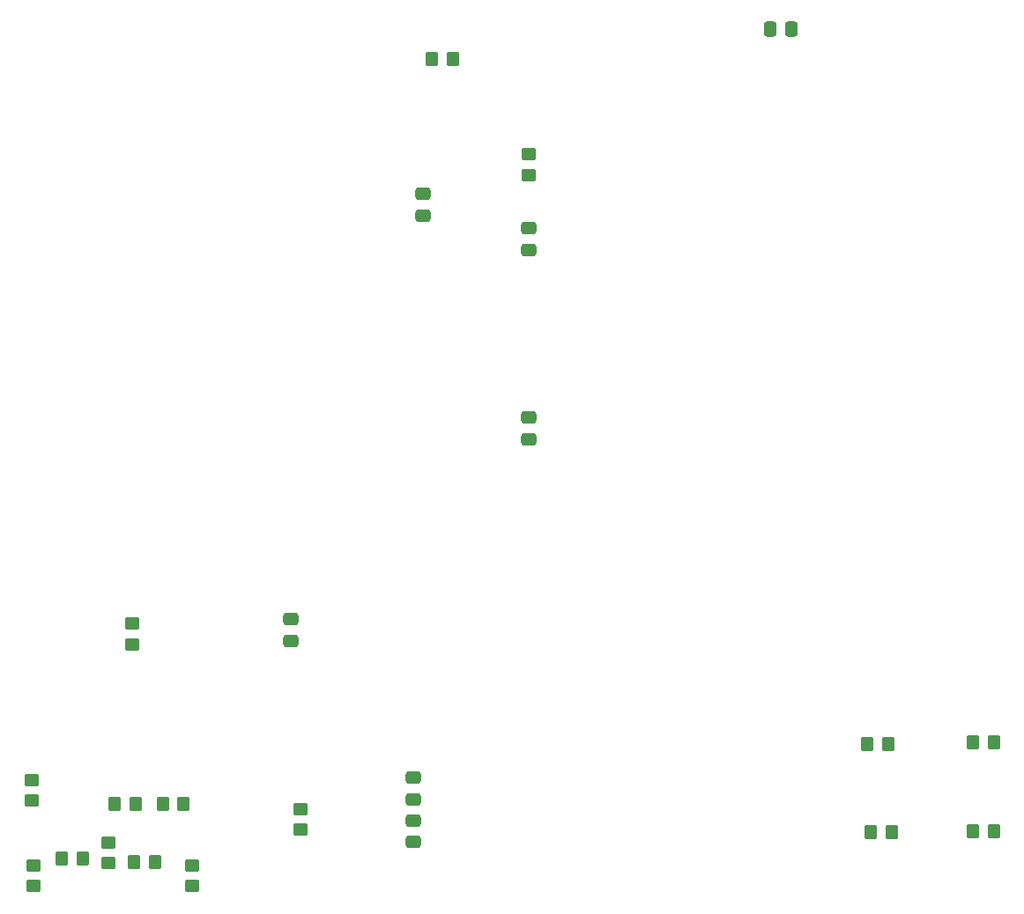
<source format=gbr>
%TF.GenerationSoftware,KiCad,Pcbnew,(5.99.0-7833-g0d57f90982)*%
%TF.CreationDate,2021-09-05T20:23:01+02:00*%
%TF.ProjectId,sbc6526,73626336-3532-4362-9e6b-696361645f70,rev?*%
%TF.SameCoordinates,Original*%
%TF.FileFunction,Paste,Bot*%
%TF.FilePolarity,Positive*%
%FSLAX46Y46*%
G04 Gerber Fmt 4.6, Leading zero omitted, Abs format (unit mm)*
G04 Created by KiCad (PCBNEW (5.99.0-7833-g0d57f90982)) date 2021-09-05 20:23:01*
%MOMM*%
%LPD*%
G01*
G04 APERTURE LIST*
G04 Aperture macros list*
%AMRoundRect*
0 Rectangle with rounded corners*
0 $1 Rounding radius*
0 $2 $3 $4 $5 $6 $7 $8 $9 X,Y pos of 4 corners*
0 Add a 4 corners polygon primitive as box body*
4,1,4,$2,$3,$4,$5,$6,$7,$8,$9,$2,$3,0*
0 Add four circle primitives for the rounded corners*
1,1,$1+$1,$2,$3,0*
1,1,$1+$1,$4,$5,0*
1,1,$1+$1,$6,$7,0*
1,1,$1+$1,$8,$9,0*
0 Add four rect primitives between the rounded corners*
20,1,$1+$1,$2,$3,$4,$5,0*
20,1,$1+$1,$4,$5,$6,$7,0*
20,1,$1+$1,$6,$7,$8,$9,0*
20,1,$1+$1,$8,$9,$2,$3,0*%
G04 Aperture macros list end*
%ADD10RoundRect,0.250000X0.475000X-0.337500X0.475000X0.337500X-0.475000X0.337500X-0.475000X-0.337500X0*%
%ADD11RoundRect,0.249999X0.350001X0.450001X-0.350001X0.450001X-0.350001X-0.450001X0.350001X-0.450001X0*%
%ADD12RoundRect,0.249999X0.450001X-0.350001X0.450001X0.350001X-0.450001X0.350001X-0.450001X-0.350001X0*%
%ADD13RoundRect,0.249999X-0.350001X-0.450001X0.350001X-0.450001X0.350001X0.450001X-0.350001X0.450001X0*%
%ADD14RoundRect,0.249999X-0.450001X0.350001X-0.450001X-0.350001X0.450001X-0.350001X0.450001X0.350001X0*%
%ADD15RoundRect,0.250000X-0.475000X0.337500X-0.475000X-0.337500X0.475000X-0.337500X0.475000X0.337500X0*%
%ADD16RoundRect,0.250000X-0.337500X-0.475000X0.337500X-0.475000X0.337500X0.475000X-0.337500X0.475000X0*%
G04 APERTURE END LIST*
D10*
%TO.C,C1*%
X150964900Y-80324200D03*
X150964900Y-78249200D03*
%TD*%
%TO.C,C3*%
X128100000Y-117925000D03*
X128100000Y-115850000D03*
%TD*%
%TO.C,C11*%
X140800000Y-77050000D03*
X140800000Y-74975000D03*
%TD*%
D11*
%TO.C,R10*%
X143675000Y-61975000D03*
X141675000Y-61975000D03*
%TD*%
D12*
%TO.C,R11*%
X112875000Y-118250000D03*
X112875000Y-116250000D03*
%TD*%
D13*
%TO.C,R15*%
X183480000Y-127820000D03*
X185480000Y-127820000D03*
%TD*%
%TO.C,R16*%
X183810000Y-136340000D03*
X185810000Y-136340000D03*
%TD*%
%TO.C,R17*%
X193620000Y-136210000D03*
X195620000Y-136210000D03*
%TD*%
%TO.C,R18*%
X193640000Y-127680000D03*
X195640000Y-127680000D03*
%TD*%
D14*
%TO.C,R19*%
X150975000Y-71125000D03*
X150975000Y-73125000D03*
%TD*%
D10*
%TO.C,C2*%
X150950000Y-98525000D03*
X150950000Y-96450000D03*
%TD*%
%TO.C,C6*%
X139850000Y-137275000D03*
X139850000Y-135200000D03*
%TD*%
D15*
%TO.C,C5*%
X139850000Y-131112500D03*
X139850000Y-133187500D03*
%TD*%
D14*
%TO.C,R2*%
X110600000Y-137300000D03*
X110600000Y-139300000D03*
%TD*%
D13*
%TO.C,R5*%
X111200000Y-133600000D03*
X113200000Y-133600000D03*
%TD*%
%TO.C,R1*%
X106100000Y-138900000D03*
X108100000Y-138900000D03*
%TD*%
D14*
%TO.C,R6*%
X118600000Y-139500000D03*
X118600000Y-141500000D03*
%TD*%
D11*
%TO.C,R3*%
X115062000Y-139200000D03*
X113062000Y-139200000D03*
%TD*%
%TO.C,R7*%
X117800000Y-133600000D03*
X115800000Y-133600000D03*
%TD*%
D12*
%TO.C,R8*%
X103200000Y-133300000D03*
X103200000Y-131300000D03*
%TD*%
%TO.C,R9*%
X129000000Y-136100000D03*
X129000000Y-134100000D03*
%TD*%
D14*
%TO.C,R4*%
X103378000Y-139500000D03*
X103378000Y-141500000D03*
%TD*%
D16*
%TO.C,CEXT1*%
X174137500Y-59075000D03*
X176212500Y-59075000D03*
%TD*%
M02*

</source>
